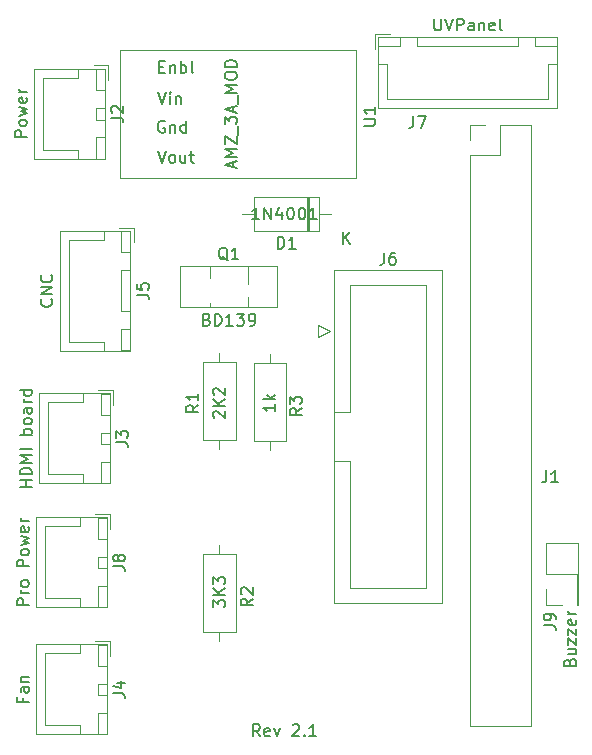
<source format=gbr>
%TF.GenerationSoftware,KiCad,Pcbnew,(5.1.8-0-10_14)*%
%TF.CreationDate,2021-05-22T16:20:34-04:00*%
%TF.ProjectId,PiHat,50694861-742e-46b6-9963-61645f706362,rev?*%
%TF.SameCoordinates,Original*%
%TF.FileFunction,Legend,Top*%
%TF.FilePolarity,Positive*%
%FSLAX46Y46*%
G04 Gerber Fmt 4.6, Leading zero omitted, Abs format (unit mm)*
G04 Created by KiCad (PCBNEW (5.1.8-0-10_14)) date 2021-05-22 16:20:34*
%MOMM*%
%LPD*%
G01*
G04 APERTURE LIST*
%ADD10C,0.150000*%
%ADD11C,0.120000*%
G04 APERTURE END LIST*
D10*
X31838571Y-71338380D02*
X31505238Y-70862190D01*
X31267142Y-71338380D02*
X31267142Y-70338380D01*
X31648095Y-70338380D01*
X31743333Y-70386000D01*
X31790952Y-70433619D01*
X31838571Y-70528857D01*
X31838571Y-70671714D01*
X31790952Y-70766952D01*
X31743333Y-70814571D01*
X31648095Y-70862190D01*
X31267142Y-70862190D01*
X32648095Y-71290761D02*
X32552857Y-71338380D01*
X32362380Y-71338380D01*
X32267142Y-71290761D01*
X32219523Y-71195523D01*
X32219523Y-70814571D01*
X32267142Y-70719333D01*
X32362380Y-70671714D01*
X32552857Y-70671714D01*
X32648095Y-70719333D01*
X32695714Y-70814571D01*
X32695714Y-70909809D01*
X32219523Y-71005047D01*
X33029047Y-70671714D02*
X33267142Y-71338380D01*
X33505238Y-70671714D01*
X34600476Y-70433619D02*
X34648095Y-70386000D01*
X34743333Y-70338380D01*
X34981428Y-70338380D01*
X35076666Y-70386000D01*
X35124285Y-70433619D01*
X35171904Y-70528857D01*
X35171904Y-70624095D01*
X35124285Y-70766952D01*
X34552857Y-71338380D01*
X35171904Y-71338380D01*
X35600476Y-71243142D02*
X35648095Y-71290761D01*
X35600476Y-71338380D01*
X35552857Y-71290761D01*
X35600476Y-71243142D01*
X35600476Y-71338380D01*
X36600476Y-71338380D02*
X36029047Y-71338380D01*
X36314761Y-71338380D02*
X36314761Y-70338380D01*
X36219523Y-70481238D01*
X36124285Y-70576476D01*
X36029047Y-70624095D01*
D11*
%TO.C,J9*%
X56080000Y-60216000D02*
X56080000Y-58886000D01*
X57410000Y-60216000D02*
X56080000Y-60216000D01*
X56080000Y-57616000D02*
X56080000Y-55016000D01*
X58680000Y-57616000D02*
X56080000Y-57616000D01*
X58680000Y-60216000D02*
X58680000Y-57616000D01*
X56080000Y-55016000D02*
X58740000Y-55016000D01*
X58680000Y-60216000D02*
X58740000Y-60216000D01*
X58740000Y-60216000D02*
X58740000Y-55016000D01*
%TO.C,R2*%
X29780000Y-55946000D02*
X27040000Y-55946000D01*
X27040000Y-55946000D02*
X27040000Y-62486000D01*
X27040000Y-62486000D02*
X29780000Y-62486000D01*
X29780000Y-62486000D02*
X29780000Y-55946000D01*
X28410000Y-55176000D02*
X28410000Y-55946000D01*
X28410000Y-63256000D02*
X28410000Y-62486000D01*
%TO.C,R1*%
X29780000Y-39696000D02*
X27040000Y-39696000D01*
X27040000Y-39696000D02*
X27040000Y-46236000D01*
X27040000Y-46236000D02*
X29780000Y-46236000D01*
X29780000Y-46236000D02*
X29780000Y-39696000D01*
X28410000Y-38926000D02*
X28410000Y-39696000D01*
X28410000Y-47006000D02*
X28410000Y-46236000D01*
%TO.C,J8*%
X18870000Y-52826000D02*
X12900000Y-52826000D01*
X12900000Y-52826000D02*
X12900000Y-60446000D01*
X12900000Y-60446000D02*
X18870000Y-60446000D01*
X18870000Y-60446000D02*
X18870000Y-52826000D01*
X18860000Y-56136000D02*
X18110000Y-56136000D01*
X18110000Y-56136000D02*
X18110000Y-57136000D01*
X18110000Y-57136000D02*
X18860000Y-57136000D01*
X18860000Y-57136000D02*
X18860000Y-56136000D01*
X18860000Y-52836000D02*
X18110000Y-52836000D01*
X18110000Y-52836000D02*
X18110000Y-54636000D01*
X18110000Y-54636000D02*
X18860000Y-54636000D01*
X18860000Y-54636000D02*
X18860000Y-52836000D01*
X18860000Y-58636000D02*
X18110000Y-58636000D01*
X18110000Y-58636000D02*
X18110000Y-60436000D01*
X18110000Y-60436000D02*
X18860000Y-60436000D01*
X18860000Y-60436000D02*
X18860000Y-58636000D01*
X16610000Y-52836000D02*
X16610000Y-53586000D01*
X16610000Y-53586000D02*
X13660000Y-53586000D01*
X13660000Y-53586000D02*
X13660000Y-56636000D01*
X16610000Y-60436000D02*
X16610000Y-59686000D01*
X16610000Y-59686000D02*
X13660000Y-59686000D01*
X13660000Y-59686000D02*
X13660000Y-56636000D01*
X19160000Y-53786000D02*
X19160000Y-52536000D01*
X19160000Y-52536000D02*
X17910000Y-52536000D01*
%TO.C,J7*%
X41850000Y-12176000D02*
X41850000Y-18146000D01*
X41850000Y-18146000D02*
X56970000Y-18146000D01*
X56970000Y-18146000D02*
X56970000Y-12176000D01*
X56970000Y-12176000D02*
X41850000Y-12176000D01*
X45160000Y-12186000D02*
X45160000Y-12936000D01*
X45160000Y-12936000D02*
X53660000Y-12936000D01*
X53660000Y-12936000D02*
X53660000Y-12186000D01*
X53660000Y-12186000D02*
X45160000Y-12186000D01*
X41860000Y-12186000D02*
X41860000Y-12936000D01*
X41860000Y-12936000D02*
X43660000Y-12936000D01*
X43660000Y-12936000D02*
X43660000Y-12186000D01*
X43660000Y-12186000D02*
X41860000Y-12186000D01*
X55160000Y-12186000D02*
X55160000Y-12936000D01*
X55160000Y-12936000D02*
X56960000Y-12936000D01*
X56960000Y-12936000D02*
X56960000Y-12186000D01*
X56960000Y-12186000D02*
X55160000Y-12186000D01*
X41860000Y-14436000D02*
X42610000Y-14436000D01*
X42610000Y-14436000D02*
X42610000Y-17386000D01*
X42610000Y-17386000D02*
X49410000Y-17386000D01*
X56960000Y-14436000D02*
X56210000Y-14436000D01*
X56210000Y-14436000D02*
X56210000Y-17386000D01*
X56210000Y-17386000D02*
X49410000Y-17386000D01*
X42810000Y-11886000D02*
X41560000Y-11886000D01*
X41560000Y-11886000D02*
X41560000Y-13136000D01*
%TO.C,J5*%
X20870000Y-28576000D02*
X14900000Y-28576000D01*
X14900000Y-28576000D02*
X14900000Y-38696000D01*
X14900000Y-38696000D02*
X20870000Y-38696000D01*
X20870000Y-38696000D02*
X20870000Y-28576000D01*
X20860000Y-31886000D02*
X20110000Y-31886000D01*
X20110000Y-31886000D02*
X20110000Y-35386000D01*
X20110000Y-35386000D02*
X20860000Y-35386000D01*
X20860000Y-35386000D02*
X20860000Y-31886000D01*
X20860000Y-28586000D02*
X20110000Y-28586000D01*
X20110000Y-28586000D02*
X20110000Y-30386000D01*
X20110000Y-30386000D02*
X20860000Y-30386000D01*
X20860000Y-30386000D02*
X20860000Y-28586000D01*
X20860000Y-36886000D02*
X20110000Y-36886000D01*
X20110000Y-36886000D02*
X20110000Y-38686000D01*
X20110000Y-38686000D02*
X20860000Y-38686000D01*
X20860000Y-38686000D02*
X20860000Y-36886000D01*
X18610000Y-28586000D02*
X18610000Y-29336000D01*
X18610000Y-29336000D02*
X15660000Y-29336000D01*
X15660000Y-29336000D02*
X15660000Y-33636000D01*
X18610000Y-38686000D02*
X18610000Y-37936000D01*
X18610000Y-37936000D02*
X15660000Y-37936000D01*
X15660000Y-37936000D02*
X15660000Y-33636000D01*
X21160000Y-29536000D02*
X21160000Y-28286000D01*
X21160000Y-28286000D02*
X19910000Y-28286000D01*
%TO.C,J6*%
X38120000Y-31858000D02*
X47240000Y-31858000D01*
X47240000Y-31858000D02*
X47240000Y-60058000D01*
X47240000Y-60058000D02*
X38120000Y-60058000D01*
X38120000Y-60058000D02*
X38120000Y-31858000D01*
X38120000Y-43908000D02*
X39430000Y-43908000D01*
X39430000Y-43908000D02*
X39430000Y-33158000D01*
X39430000Y-33158000D02*
X45930000Y-33158000D01*
X45930000Y-33158000D02*
X45930000Y-58758000D01*
X45930000Y-58758000D02*
X39430000Y-58758000D01*
X39430000Y-58758000D02*
X39430000Y-48008000D01*
X39430000Y-48008000D02*
X39430000Y-48008000D01*
X39430000Y-48008000D02*
X38120000Y-48008000D01*
X37730000Y-37068000D02*
X36730000Y-36568000D01*
X36730000Y-36568000D02*
X36730000Y-37568000D01*
X36730000Y-37568000D02*
X37730000Y-37068000D01*
%TO.C,J1*%
X49580000Y-70476000D02*
X54780000Y-70476000D01*
X49580000Y-22156000D02*
X49580000Y-70476000D01*
X54780000Y-19556000D02*
X54780000Y-70476000D01*
X49580000Y-22156000D02*
X52180000Y-22156000D01*
X52180000Y-22156000D02*
X52180000Y-19556000D01*
X52180000Y-19556000D02*
X54780000Y-19556000D01*
X49580000Y-20886000D02*
X49580000Y-19556000D01*
X49580000Y-19556000D02*
X50910000Y-19556000D01*
%TO.C,J3*%
X19410000Y-42036000D02*
X18160000Y-42036000D01*
X19410000Y-43286000D02*
X19410000Y-42036000D01*
X13910000Y-49186000D02*
X13910000Y-46136000D01*
X16860000Y-49186000D02*
X13910000Y-49186000D01*
X16860000Y-49936000D02*
X16860000Y-49186000D01*
X13910000Y-43086000D02*
X13910000Y-46136000D01*
X16860000Y-43086000D02*
X13910000Y-43086000D01*
X16860000Y-42336000D02*
X16860000Y-43086000D01*
X19110000Y-49936000D02*
X19110000Y-48136000D01*
X18360000Y-49936000D02*
X19110000Y-49936000D01*
X18360000Y-48136000D02*
X18360000Y-49936000D01*
X19110000Y-48136000D02*
X18360000Y-48136000D01*
X19110000Y-44136000D02*
X19110000Y-42336000D01*
X18360000Y-44136000D02*
X19110000Y-44136000D01*
X18360000Y-42336000D02*
X18360000Y-44136000D01*
X19110000Y-42336000D02*
X18360000Y-42336000D01*
X19110000Y-46636000D02*
X19110000Y-45636000D01*
X18360000Y-46636000D02*
X19110000Y-46636000D01*
X18360000Y-45636000D02*
X18360000Y-46636000D01*
X19110000Y-45636000D02*
X18360000Y-45636000D01*
X19120000Y-49946000D02*
X19120000Y-42326000D01*
X13150000Y-49946000D02*
X19120000Y-49946000D01*
X13150000Y-42326000D02*
X13150000Y-49946000D01*
X19120000Y-42326000D02*
X13150000Y-42326000D01*
%TO.C,U1*%
X39960000Y-24086000D02*
X19960000Y-24086000D01*
X39960000Y-13236000D02*
X39960000Y-24086000D01*
X19960000Y-13236000D02*
X39960000Y-13236000D01*
X19960000Y-24086000D02*
X19960000Y-13236000D01*
%TO.C,Q1*%
X25080000Y-31516000D02*
X33320000Y-31516000D01*
X25080000Y-35006000D02*
X33320000Y-35006000D01*
X25080000Y-31516000D02*
X25080000Y-35006000D01*
X33320000Y-31516000D02*
X33320000Y-35006000D01*
X27600000Y-31516000D02*
X27600000Y-32586000D01*
X27600000Y-34686000D02*
X27600000Y-35006000D01*
X30801000Y-31516000D02*
X30801000Y-33096000D01*
X30801000Y-34176000D02*
X30801000Y-35006000D01*
%TO.C,D1*%
X36020000Y-28606000D02*
X36020000Y-25666000D01*
X35780000Y-28606000D02*
X35780000Y-25666000D01*
X35900000Y-28606000D02*
X35900000Y-25666000D01*
X30340000Y-27136000D02*
X31360000Y-27136000D01*
X37820000Y-27136000D02*
X36800000Y-27136000D01*
X31360000Y-28606000D02*
X36800000Y-28606000D01*
X31360000Y-25666000D02*
X31360000Y-28606000D01*
X36800000Y-25666000D02*
X31360000Y-25666000D01*
X36800000Y-28606000D02*
X36800000Y-25666000D01*
%TO.C,J2*%
X18704000Y-14826000D02*
X12734000Y-14826000D01*
X12734000Y-14826000D02*
X12734000Y-22446000D01*
X12734000Y-22446000D02*
X18704000Y-22446000D01*
X18704000Y-22446000D02*
X18704000Y-14826000D01*
X18694000Y-18136000D02*
X17944000Y-18136000D01*
X17944000Y-18136000D02*
X17944000Y-19136000D01*
X17944000Y-19136000D02*
X18694000Y-19136000D01*
X18694000Y-19136000D02*
X18694000Y-18136000D01*
X18694000Y-14836000D02*
X17944000Y-14836000D01*
X17944000Y-14836000D02*
X17944000Y-16636000D01*
X17944000Y-16636000D02*
X18694000Y-16636000D01*
X18694000Y-16636000D02*
X18694000Y-14836000D01*
X18694000Y-20636000D02*
X17944000Y-20636000D01*
X17944000Y-20636000D02*
X17944000Y-22436000D01*
X17944000Y-22436000D02*
X18694000Y-22436000D01*
X18694000Y-22436000D02*
X18694000Y-20636000D01*
X16444000Y-14836000D02*
X16444000Y-15586000D01*
X16444000Y-15586000D02*
X13494000Y-15586000D01*
X13494000Y-15586000D02*
X13494000Y-18636000D01*
X16444000Y-22436000D02*
X16444000Y-21686000D01*
X16444000Y-21686000D02*
X13494000Y-21686000D01*
X13494000Y-21686000D02*
X13494000Y-18636000D01*
X18994000Y-15786000D02*
X18994000Y-14536000D01*
X18994000Y-14536000D02*
X17744000Y-14536000D01*
%TO.C,J4*%
X19160000Y-63286000D02*
X17910000Y-63286000D01*
X19160000Y-64536000D02*
X19160000Y-63286000D01*
X13660000Y-70436000D02*
X13660000Y-67386000D01*
X16610000Y-70436000D02*
X13660000Y-70436000D01*
X16610000Y-71186000D02*
X16610000Y-70436000D01*
X13660000Y-64336000D02*
X13660000Y-67386000D01*
X16610000Y-64336000D02*
X13660000Y-64336000D01*
X16610000Y-63586000D02*
X16610000Y-64336000D01*
X18860000Y-71186000D02*
X18860000Y-69386000D01*
X18110000Y-71186000D02*
X18860000Y-71186000D01*
X18110000Y-69386000D02*
X18110000Y-71186000D01*
X18860000Y-69386000D02*
X18110000Y-69386000D01*
X18860000Y-65386000D02*
X18860000Y-63586000D01*
X18110000Y-65386000D02*
X18860000Y-65386000D01*
X18110000Y-63586000D02*
X18110000Y-65386000D01*
X18860000Y-63586000D02*
X18110000Y-63586000D01*
X18860000Y-67886000D02*
X18860000Y-66886000D01*
X18110000Y-67886000D02*
X18860000Y-67886000D01*
X18110000Y-66886000D02*
X18110000Y-67886000D01*
X18860000Y-66886000D02*
X18110000Y-66886000D01*
X18870000Y-71196000D02*
X18870000Y-63576000D01*
X12900000Y-71196000D02*
X18870000Y-71196000D01*
X12900000Y-63576000D02*
X12900000Y-71196000D01*
X18870000Y-63576000D02*
X12900000Y-63576000D01*
%TO.C,R3*%
X31290000Y-46326000D02*
X34030000Y-46326000D01*
X34030000Y-46326000D02*
X34030000Y-39786000D01*
X34030000Y-39786000D02*
X31290000Y-39786000D01*
X31290000Y-39786000D02*
X31290000Y-46326000D01*
X32660000Y-47096000D02*
X32660000Y-46326000D01*
X32660000Y-39016000D02*
X32660000Y-39786000D01*
%TO.C,J9*%
D10*
X55862380Y-61969333D02*
X56576666Y-61969333D01*
X56719523Y-62016952D01*
X56814761Y-62112190D01*
X56862380Y-62255047D01*
X56862380Y-62350285D01*
X56862380Y-61445523D02*
X56862380Y-61255047D01*
X56814761Y-61159809D01*
X56767142Y-61112190D01*
X56624285Y-61016952D01*
X56433809Y-60969333D01*
X56052857Y-60969333D01*
X55957619Y-61016952D01*
X55910000Y-61064571D01*
X55862380Y-61159809D01*
X55862380Y-61350285D01*
X55910000Y-61445523D01*
X55957619Y-61493142D01*
X56052857Y-61540761D01*
X56290952Y-61540761D01*
X56386190Y-61493142D01*
X56433809Y-61445523D01*
X56481428Y-61350285D01*
X56481428Y-61159809D01*
X56433809Y-61064571D01*
X56386190Y-61016952D01*
X56290952Y-60969333D01*
X58088571Y-65064571D02*
X58136190Y-64921714D01*
X58183809Y-64874095D01*
X58279047Y-64826476D01*
X58421904Y-64826476D01*
X58517142Y-64874095D01*
X58564761Y-64921714D01*
X58612380Y-65016952D01*
X58612380Y-65397904D01*
X57612380Y-65397904D01*
X57612380Y-65064571D01*
X57660000Y-64969333D01*
X57707619Y-64921714D01*
X57802857Y-64874095D01*
X57898095Y-64874095D01*
X57993333Y-64921714D01*
X58040952Y-64969333D01*
X58088571Y-65064571D01*
X58088571Y-65397904D01*
X57945714Y-63969333D02*
X58612380Y-63969333D01*
X57945714Y-64397904D02*
X58469523Y-64397904D01*
X58564761Y-64350285D01*
X58612380Y-64255047D01*
X58612380Y-64112190D01*
X58564761Y-64016952D01*
X58517142Y-63969333D01*
X57945714Y-63588380D02*
X57945714Y-63064571D01*
X58612380Y-63588380D01*
X58612380Y-63064571D01*
X57945714Y-62778857D02*
X57945714Y-62255047D01*
X58612380Y-62778857D01*
X58612380Y-62255047D01*
X58564761Y-61493142D02*
X58612380Y-61588380D01*
X58612380Y-61778857D01*
X58564761Y-61874095D01*
X58469523Y-61921714D01*
X58088571Y-61921714D01*
X57993333Y-61874095D01*
X57945714Y-61778857D01*
X57945714Y-61588380D01*
X57993333Y-61493142D01*
X58088571Y-61445523D01*
X58183809Y-61445523D01*
X58279047Y-61921714D01*
X58612380Y-61016952D02*
X57945714Y-61016952D01*
X58136190Y-61016952D02*
X58040952Y-60969333D01*
X57993333Y-60921714D01*
X57945714Y-60826476D01*
X57945714Y-60731238D01*
%TO.C,R2*%
X31212380Y-59702666D02*
X30736190Y-60036000D01*
X31212380Y-60274095D02*
X30212380Y-60274095D01*
X30212380Y-59893142D01*
X30260000Y-59797904D01*
X30307619Y-59750285D01*
X30402857Y-59702666D01*
X30545714Y-59702666D01*
X30640952Y-59750285D01*
X30688571Y-59797904D01*
X30736190Y-59893142D01*
X30736190Y-60274095D01*
X30307619Y-59321714D02*
X30260000Y-59274095D01*
X30212380Y-59178857D01*
X30212380Y-58940761D01*
X30260000Y-58845523D01*
X30307619Y-58797904D01*
X30402857Y-58750285D01*
X30498095Y-58750285D01*
X30640952Y-58797904D01*
X31212380Y-59369333D01*
X31212380Y-58750285D01*
X27862380Y-60445523D02*
X27862380Y-59826476D01*
X28243333Y-60159809D01*
X28243333Y-60016952D01*
X28290952Y-59921714D01*
X28338571Y-59874095D01*
X28433809Y-59826476D01*
X28671904Y-59826476D01*
X28767142Y-59874095D01*
X28814761Y-59921714D01*
X28862380Y-60016952D01*
X28862380Y-60302666D01*
X28814761Y-60397904D01*
X28767142Y-60445523D01*
X28862380Y-59397904D02*
X27862380Y-59397904D01*
X28862380Y-58826476D02*
X28290952Y-59255047D01*
X27862380Y-58826476D02*
X28433809Y-59397904D01*
X27862380Y-58493142D02*
X27862380Y-57874095D01*
X28243333Y-58207428D01*
X28243333Y-58064571D01*
X28290952Y-57969333D01*
X28338571Y-57921714D01*
X28433809Y-57874095D01*
X28671904Y-57874095D01*
X28767142Y-57921714D01*
X28814761Y-57969333D01*
X28862380Y-58064571D01*
X28862380Y-58350285D01*
X28814761Y-58445523D01*
X28767142Y-58493142D01*
%TO.C,R1*%
X26612380Y-43302666D02*
X26136190Y-43636000D01*
X26612380Y-43874095D02*
X25612380Y-43874095D01*
X25612380Y-43493142D01*
X25660000Y-43397904D01*
X25707619Y-43350285D01*
X25802857Y-43302666D01*
X25945714Y-43302666D01*
X26040952Y-43350285D01*
X26088571Y-43397904D01*
X26136190Y-43493142D01*
X26136190Y-43874095D01*
X26612380Y-42350285D02*
X26612380Y-42921714D01*
X26612380Y-42636000D02*
X25612380Y-42636000D01*
X25755238Y-42731238D01*
X25850476Y-42826476D01*
X25898095Y-42921714D01*
X27957619Y-44397904D02*
X27910000Y-44350285D01*
X27862380Y-44255047D01*
X27862380Y-44016952D01*
X27910000Y-43921714D01*
X27957619Y-43874095D01*
X28052857Y-43826476D01*
X28148095Y-43826476D01*
X28290952Y-43874095D01*
X28862380Y-44445523D01*
X28862380Y-43826476D01*
X28862380Y-43397904D02*
X27862380Y-43397904D01*
X28862380Y-42826476D02*
X28290952Y-43255047D01*
X27862380Y-42826476D02*
X28433809Y-43397904D01*
X27957619Y-42445523D02*
X27910000Y-42397904D01*
X27862380Y-42302666D01*
X27862380Y-42064571D01*
X27910000Y-41969333D01*
X27957619Y-41921714D01*
X28052857Y-41874095D01*
X28148095Y-41874095D01*
X28290952Y-41921714D01*
X28862380Y-42493142D01*
X28862380Y-41874095D01*
%TO.C,J8*%
X19412380Y-56969333D02*
X20126666Y-56969333D01*
X20269523Y-57016952D01*
X20364761Y-57112190D01*
X20412380Y-57255047D01*
X20412380Y-57350285D01*
X19840952Y-56350285D02*
X19793333Y-56445523D01*
X19745714Y-56493142D01*
X19650476Y-56540761D01*
X19602857Y-56540761D01*
X19507619Y-56493142D01*
X19460000Y-56445523D01*
X19412380Y-56350285D01*
X19412380Y-56159809D01*
X19460000Y-56064571D01*
X19507619Y-56016952D01*
X19602857Y-55969333D01*
X19650476Y-55969333D01*
X19745714Y-56016952D01*
X19793333Y-56064571D01*
X19840952Y-56159809D01*
X19840952Y-56350285D01*
X19888571Y-56445523D01*
X19936190Y-56493142D01*
X20031428Y-56540761D01*
X20221904Y-56540761D01*
X20317142Y-56493142D01*
X20364761Y-56445523D01*
X20412380Y-56350285D01*
X20412380Y-56159809D01*
X20364761Y-56064571D01*
X20317142Y-56016952D01*
X20221904Y-55969333D01*
X20031428Y-55969333D01*
X19936190Y-56016952D01*
X19888571Y-56064571D01*
X19840952Y-56159809D01*
X12262380Y-60255047D02*
X11262380Y-60255047D01*
X11262380Y-59874095D01*
X11310000Y-59778857D01*
X11357619Y-59731238D01*
X11452857Y-59683619D01*
X11595714Y-59683619D01*
X11690952Y-59731238D01*
X11738571Y-59778857D01*
X11786190Y-59874095D01*
X11786190Y-60255047D01*
X12262380Y-59255047D02*
X11595714Y-59255047D01*
X11786190Y-59255047D02*
X11690952Y-59207428D01*
X11643333Y-59159809D01*
X11595714Y-59064571D01*
X11595714Y-58969333D01*
X12262380Y-58493142D02*
X12214761Y-58588380D01*
X12167142Y-58636000D01*
X12071904Y-58683619D01*
X11786190Y-58683619D01*
X11690952Y-58636000D01*
X11643333Y-58588380D01*
X11595714Y-58493142D01*
X11595714Y-58350285D01*
X11643333Y-58255047D01*
X11690952Y-58207428D01*
X11786190Y-58159809D01*
X12071904Y-58159809D01*
X12167142Y-58207428D01*
X12214761Y-58255047D01*
X12262380Y-58350285D01*
X12262380Y-58493142D01*
X12262380Y-56969333D02*
X11262380Y-56969333D01*
X11262380Y-56588380D01*
X11310000Y-56493142D01*
X11357619Y-56445523D01*
X11452857Y-56397904D01*
X11595714Y-56397904D01*
X11690952Y-56445523D01*
X11738571Y-56493142D01*
X11786190Y-56588380D01*
X11786190Y-56969333D01*
X12262380Y-55826476D02*
X12214761Y-55921714D01*
X12167142Y-55969333D01*
X12071904Y-56016952D01*
X11786190Y-56016952D01*
X11690952Y-55969333D01*
X11643333Y-55921714D01*
X11595714Y-55826476D01*
X11595714Y-55683619D01*
X11643333Y-55588380D01*
X11690952Y-55540761D01*
X11786190Y-55493142D01*
X12071904Y-55493142D01*
X12167142Y-55540761D01*
X12214761Y-55588380D01*
X12262380Y-55683619D01*
X12262380Y-55826476D01*
X11595714Y-55159809D02*
X12262380Y-54969333D01*
X11786190Y-54778857D01*
X12262380Y-54588380D01*
X11595714Y-54397904D01*
X12214761Y-53636000D02*
X12262380Y-53731238D01*
X12262380Y-53921714D01*
X12214761Y-54016952D01*
X12119523Y-54064571D01*
X11738571Y-54064571D01*
X11643333Y-54016952D01*
X11595714Y-53921714D01*
X11595714Y-53731238D01*
X11643333Y-53636000D01*
X11738571Y-53588380D01*
X11833809Y-53588380D01*
X11929047Y-54064571D01*
X12262380Y-53159809D02*
X11595714Y-53159809D01*
X11786190Y-53159809D02*
X11690952Y-53112190D01*
X11643333Y-53064571D01*
X11595714Y-52969333D01*
X11595714Y-52874095D01*
%TO.C,J7*%
X44826666Y-18838380D02*
X44826666Y-19552666D01*
X44779047Y-19695523D01*
X44683809Y-19790761D01*
X44540952Y-19838380D01*
X44445714Y-19838380D01*
X45207619Y-18838380D02*
X45874285Y-18838380D01*
X45445714Y-19838380D01*
X46600476Y-10588380D02*
X46600476Y-11397904D01*
X46648095Y-11493142D01*
X46695714Y-11540761D01*
X46790952Y-11588380D01*
X46981428Y-11588380D01*
X47076666Y-11540761D01*
X47124285Y-11493142D01*
X47171904Y-11397904D01*
X47171904Y-10588380D01*
X47505238Y-10588380D02*
X47838571Y-11588380D01*
X48171904Y-10588380D01*
X48505238Y-11588380D02*
X48505238Y-10588380D01*
X48886190Y-10588380D01*
X48981428Y-10636000D01*
X49029047Y-10683619D01*
X49076666Y-10778857D01*
X49076666Y-10921714D01*
X49029047Y-11016952D01*
X48981428Y-11064571D01*
X48886190Y-11112190D01*
X48505238Y-11112190D01*
X49933809Y-11588380D02*
X49933809Y-11064571D01*
X49886190Y-10969333D01*
X49790952Y-10921714D01*
X49600476Y-10921714D01*
X49505238Y-10969333D01*
X49933809Y-11540761D02*
X49838571Y-11588380D01*
X49600476Y-11588380D01*
X49505238Y-11540761D01*
X49457619Y-11445523D01*
X49457619Y-11350285D01*
X49505238Y-11255047D01*
X49600476Y-11207428D01*
X49838571Y-11207428D01*
X49933809Y-11159809D01*
X50410000Y-10921714D02*
X50410000Y-11588380D01*
X50410000Y-11016952D02*
X50457619Y-10969333D01*
X50552857Y-10921714D01*
X50695714Y-10921714D01*
X50790952Y-10969333D01*
X50838571Y-11064571D01*
X50838571Y-11588380D01*
X51695714Y-11540761D02*
X51600476Y-11588380D01*
X51410000Y-11588380D01*
X51314761Y-11540761D01*
X51267142Y-11445523D01*
X51267142Y-11064571D01*
X51314761Y-10969333D01*
X51410000Y-10921714D01*
X51600476Y-10921714D01*
X51695714Y-10969333D01*
X51743333Y-11064571D01*
X51743333Y-11159809D01*
X51267142Y-11255047D01*
X52314761Y-11588380D02*
X52219523Y-11540761D01*
X52171904Y-11445523D01*
X52171904Y-10588380D01*
%TO.C,J5*%
X21412380Y-33969333D02*
X22126666Y-33969333D01*
X22269523Y-34016952D01*
X22364761Y-34112190D01*
X22412380Y-34255047D01*
X22412380Y-34350285D01*
X21412380Y-33016952D02*
X21412380Y-33493142D01*
X21888571Y-33540761D01*
X21840952Y-33493142D01*
X21793333Y-33397904D01*
X21793333Y-33159809D01*
X21840952Y-33064571D01*
X21888571Y-33016952D01*
X21983809Y-32969333D01*
X22221904Y-32969333D01*
X22317142Y-33016952D01*
X22364761Y-33064571D01*
X22412380Y-33159809D01*
X22412380Y-33397904D01*
X22364761Y-33493142D01*
X22317142Y-33540761D01*
X14167142Y-34350285D02*
X14214761Y-34397904D01*
X14262380Y-34540761D01*
X14262380Y-34636000D01*
X14214761Y-34778857D01*
X14119523Y-34874095D01*
X14024285Y-34921714D01*
X13833809Y-34969333D01*
X13690952Y-34969333D01*
X13500476Y-34921714D01*
X13405238Y-34874095D01*
X13310000Y-34778857D01*
X13262380Y-34636000D01*
X13262380Y-34540761D01*
X13310000Y-34397904D01*
X13357619Y-34350285D01*
X14262380Y-33921714D02*
X13262380Y-33921714D01*
X14262380Y-33350285D01*
X13262380Y-33350285D01*
X14167142Y-32302666D02*
X14214761Y-32350285D01*
X14262380Y-32493142D01*
X14262380Y-32588380D01*
X14214761Y-32731238D01*
X14119523Y-32826476D01*
X14024285Y-32874095D01*
X13833809Y-32921714D01*
X13690952Y-32921714D01*
X13500476Y-32874095D01*
X13405238Y-32826476D01*
X13310000Y-32731238D01*
X13262380Y-32588380D01*
X13262380Y-32493142D01*
X13310000Y-32350285D01*
X13357619Y-32302666D01*
%TO.C,J6*%
X42346666Y-30420380D02*
X42346666Y-31134666D01*
X42299047Y-31277523D01*
X42203809Y-31372761D01*
X42060952Y-31420380D01*
X41965714Y-31420380D01*
X43251428Y-30420380D02*
X43060952Y-30420380D01*
X42965714Y-30468000D01*
X42918095Y-30515619D01*
X42822857Y-30658476D01*
X42775238Y-30848952D01*
X42775238Y-31229904D01*
X42822857Y-31325142D01*
X42870476Y-31372761D01*
X42965714Y-31420380D01*
X43156190Y-31420380D01*
X43251428Y-31372761D01*
X43299047Y-31325142D01*
X43346666Y-31229904D01*
X43346666Y-30991809D01*
X43299047Y-30896571D01*
X43251428Y-30848952D01*
X43156190Y-30801333D01*
X42965714Y-30801333D01*
X42870476Y-30848952D01*
X42822857Y-30896571D01*
X42775238Y-30991809D01*
%TO.C,J1*%
X56076666Y-48838380D02*
X56076666Y-49552666D01*
X56029047Y-49695523D01*
X55933809Y-49790761D01*
X55790952Y-49838380D01*
X55695714Y-49838380D01*
X57076666Y-49838380D02*
X56505238Y-49838380D01*
X56790952Y-49838380D02*
X56790952Y-48838380D01*
X56695714Y-48981238D01*
X56600476Y-49076476D01*
X56505238Y-49124095D01*
%TO.C,J3*%
X19662380Y-46469333D02*
X20376666Y-46469333D01*
X20519523Y-46516952D01*
X20614761Y-46612190D01*
X20662380Y-46755047D01*
X20662380Y-46850285D01*
X19662380Y-46088380D02*
X19662380Y-45469333D01*
X20043333Y-45802666D01*
X20043333Y-45659809D01*
X20090952Y-45564571D01*
X20138571Y-45516952D01*
X20233809Y-45469333D01*
X20471904Y-45469333D01*
X20567142Y-45516952D01*
X20614761Y-45564571D01*
X20662380Y-45659809D01*
X20662380Y-45945523D01*
X20614761Y-46040761D01*
X20567142Y-46088380D01*
X12512380Y-50231238D02*
X11512380Y-50231238D01*
X11988571Y-50231238D02*
X11988571Y-49659809D01*
X12512380Y-49659809D02*
X11512380Y-49659809D01*
X12512380Y-49183619D02*
X11512380Y-49183619D01*
X11512380Y-48945523D01*
X11560000Y-48802666D01*
X11655238Y-48707428D01*
X11750476Y-48659809D01*
X11940952Y-48612190D01*
X12083809Y-48612190D01*
X12274285Y-48659809D01*
X12369523Y-48707428D01*
X12464761Y-48802666D01*
X12512380Y-48945523D01*
X12512380Y-49183619D01*
X12512380Y-48183619D02*
X11512380Y-48183619D01*
X12226666Y-47850285D01*
X11512380Y-47516952D01*
X12512380Y-47516952D01*
X12512380Y-47040761D02*
X11512380Y-47040761D01*
X12512380Y-45802666D02*
X11512380Y-45802666D01*
X11893333Y-45802666D02*
X11845714Y-45707428D01*
X11845714Y-45516952D01*
X11893333Y-45421714D01*
X11940952Y-45374095D01*
X12036190Y-45326476D01*
X12321904Y-45326476D01*
X12417142Y-45374095D01*
X12464761Y-45421714D01*
X12512380Y-45516952D01*
X12512380Y-45707428D01*
X12464761Y-45802666D01*
X12512380Y-44755047D02*
X12464761Y-44850285D01*
X12417142Y-44897904D01*
X12321904Y-44945523D01*
X12036190Y-44945523D01*
X11940952Y-44897904D01*
X11893333Y-44850285D01*
X11845714Y-44755047D01*
X11845714Y-44612190D01*
X11893333Y-44516952D01*
X11940952Y-44469333D01*
X12036190Y-44421714D01*
X12321904Y-44421714D01*
X12417142Y-44469333D01*
X12464761Y-44516952D01*
X12512380Y-44612190D01*
X12512380Y-44755047D01*
X12512380Y-43564571D02*
X11988571Y-43564571D01*
X11893333Y-43612190D01*
X11845714Y-43707428D01*
X11845714Y-43897904D01*
X11893333Y-43993142D01*
X12464761Y-43564571D02*
X12512380Y-43659809D01*
X12512380Y-43897904D01*
X12464761Y-43993142D01*
X12369523Y-44040761D01*
X12274285Y-44040761D01*
X12179047Y-43993142D01*
X12131428Y-43897904D01*
X12131428Y-43659809D01*
X12083809Y-43564571D01*
X12512380Y-43088380D02*
X11845714Y-43088380D01*
X12036190Y-43088380D02*
X11940952Y-43040761D01*
X11893333Y-42993142D01*
X11845714Y-42897904D01*
X11845714Y-42802666D01*
X12512380Y-42040761D02*
X11512380Y-42040761D01*
X12464761Y-42040761D02*
X12512380Y-42136000D01*
X12512380Y-42326476D01*
X12464761Y-42421714D01*
X12417142Y-42469333D01*
X12321904Y-42516952D01*
X12036190Y-42516952D01*
X11940952Y-42469333D01*
X11893333Y-42421714D01*
X11845714Y-42326476D01*
X11845714Y-42136000D01*
X11893333Y-42040761D01*
%TO.C,U1*%
X40612380Y-19647904D02*
X41421904Y-19647904D01*
X41517142Y-19600285D01*
X41564761Y-19552666D01*
X41612380Y-19457428D01*
X41612380Y-19266952D01*
X41564761Y-19171714D01*
X41517142Y-19124095D01*
X41421904Y-19076476D01*
X40612380Y-19076476D01*
X41612380Y-18076476D02*
X41612380Y-18647904D01*
X41612380Y-18362190D02*
X40612380Y-18362190D01*
X40755238Y-18457428D01*
X40850476Y-18552666D01*
X40898095Y-18647904D01*
X29576666Y-23183619D02*
X29576666Y-22707428D01*
X29862380Y-23278857D02*
X28862380Y-22945523D01*
X29862380Y-22612190D01*
X29862380Y-22278857D02*
X28862380Y-22278857D01*
X29576666Y-21945523D01*
X28862380Y-21612190D01*
X29862380Y-21612190D01*
X28862380Y-21231238D02*
X28862380Y-20564571D01*
X29862380Y-21231238D01*
X29862380Y-20564571D01*
X29957619Y-20421714D02*
X29957619Y-19659809D01*
X28862380Y-19516952D02*
X28862380Y-18897904D01*
X29243333Y-19231238D01*
X29243333Y-19088380D01*
X29290952Y-18993142D01*
X29338571Y-18945523D01*
X29433809Y-18897904D01*
X29671904Y-18897904D01*
X29767142Y-18945523D01*
X29814761Y-18993142D01*
X29862380Y-19088380D01*
X29862380Y-19374095D01*
X29814761Y-19469333D01*
X29767142Y-19516952D01*
X29576666Y-18516952D02*
X29576666Y-18040761D01*
X29862380Y-18612190D02*
X28862380Y-18278857D01*
X29862380Y-17945523D01*
X29957619Y-17850285D02*
X29957619Y-17088380D01*
X29862380Y-16850285D02*
X28862380Y-16850285D01*
X29576666Y-16516952D01*
X28862380Y-16183619D01*
X29862380Y-16183619D01*
X28862380Y-15516952D02*
X28862380Y-15326476D01*
X28910000Y-15231238D01*
X29005238Y-15136000D01*
X29195714Y-15088380D01*
X29529047Y-15088380D01*
X29719523Y-15136000D01*
X29814761Y-15231238D01*
X29862380Y-15326476D01*
X29862380Y-15516952D01*
X29814761Y-15612190D01*
X29719523Y-15707428D01*
X29529047Y-15755047D01*
X29195714Y-15755047D01*
X29005238Y-15707428D01*
X28910000Y-15612190D01*
X28862380Y-15516952D01*
X29862380Y-14659809D02*
X28862380Y-14659809D01*
X28862380Y-14421714D01*
X28910000Y-14278857D01*
X29005238Y-14183619D01*
X29100476Y-14136000D01*
X29290952Y-14088380D01*
X29433809Y-14088380D01*
X29624285Y-14136000D01*
X29719523Y-14183619D01*
X29814761Y-14278857D01*
X29862380Y-14421714D01*
X29862380Y-14659809D01*
X23329047Y-14664571D02*
X23662380Y-14664571D01*
X23805238Y-15188380D02*
X23329047Y-15188380D01*
X23329047Y-14188380D01*
X23805238Y-14188380D01*
X24233809Y-14521714D02*
X24233809Y-15188380D01*
X24233809Y-14616952D02*
X24281428Y-14569333D01*
X24376666Y-14521714D01*
X24519523Y-14521714D01*
X24614761Y-14569333D01*
X24662380Y-14664571D01*
X24662380Y-15188380D01*
X25138571Y-15188380D02*
X25138571Y-14188380D01*
X25138571Y-14569333D02*
X25233809Y-14521714D01*
X25424285Y-14521714D01*
X25519523Y-14569333D01*
X25567142Y-14616952D01*
X25614761Y-14712190D01*
X25614761Y-14997904D01*
X25567142Y-15093142D01*
X25519523Y-15140761D01*
X25424285Y-15188380D01*
X25233809Y-15188380D01*
X25138571Y-15140761D01*
X26186190Y-15188380D02*
X26090952Y-15140761D01*
X26043333Y-15045523D01*
X26043333Y-14188380D01*
X23236190Y-16838380D02*
X23569523Y-17838380D01*
X23902857Y-16838380D01*
X24236190Y-17838380D02*
X24236190Y-17171714D01*
X24236190Y-16838380D02*
X24188571Y-16886000D01*
X24236190Y-16933619D01*
X24283809Y-16886000D01*
X24236190Y-16838380D01*
X24236190Y-16933619D01*
X24712380Y-17171714D02*
X24712380Y-17838380D01*
X24712380Y-17266952D02*
X24760000Y-17219333D01*
X24855238Y-17171714D01*
X24998095Y-17171714D01*
X25093333Y-17219333D01*
X25140952Y-17314571D01*
X25140952Y-17838380D01*
X23767142Y-19286000D02*
X23671904Y-19238380D01*
X23529047Y-19238380D01*
X23386190Y-19286000D01*
X23290952Y-19381238D01*
X23243333Y-19476476D01*
X23195714Y-19666952D01*
X23195714Y-19809809D01*
X23243333Y-20000285D01*
X23290952Y-20095523D01*
X23386190Y-20190761D01*
X23529047Y-20238380D01*
X23624285Y-20238380D01*
X23767142Y-20190761D01*
X23814761Y-20143142D01*
X23814761Y-19809809D01*
X23624285Y-19809809D01*
X24243333Y-19571714D02*
X24243333Y-20238380D01*
X24243333Y-19666952D02*
X24290952Y-19619333D01*
X24386190Y-19571714D01*
X24529047Y-19571714D01*
X24624285Y-19619333D01*
X24671904Y-19714571D01*
X24671904Y-20238380D01*
X25576666Y-20238380D02*
X25576666Y-19238380D01*
X25576666Y-20190761D02*
X25481428Y-20238380D01*
X25290952Y-20238380D01*
X25195714Y-20190761D01*
X25148095Y-20143142D01*
X25100476Y-20047904D01*
X25100476Y-19762190D01*
X25148095Y-19666952D01*
X25195714Y-19619333D01*
X25290952Y-19571714D01*
X25481428Y-19571714D01*
X25576666Y-19619333D01*
X23186190Y-21788380D02*
X23519523Y-22788380D01*
X23852857Y-21788380D01*
X24329047Y-22788380D02*
X24233809Y-22740761D01*
X24186190Y-22693142D01*
X24138571Y-22597904D01*
X24138571Y-22312190D01*
X24186190Y-22216952D01*
X24233809Y-22169333D01*
X24329047Y-22121714D01*
X24471904Y-22121714D01*
X24567142Y-22169333D01*
X24614761Y-22216952D01*
X24662380Y-22312190D01*
X24662380Y-22597904D01*
X24614761Y-22693142D01*
X24567142Y-22740761D01*
X24471904Y-22788380D01*
X24329047Y-22788380D01*
X25519523Y-22121714D02*
X25519523Y-22788380D01*
X25090952Y-22121714D02*
X25090952Y-22645523D01*
X25138571Y-22740761D01*
X25233809Y-22788380D01*
X25376666Y-22788380D01*
X25471904Y-22740761D01*
X25519523Y-22693142D01*
X25852857Y-22121714D02*
X26233809Y-22121714D01*
X25995714Y-21788380D02*
X25995714Y-22645523D01*
X26043333Y-22740761D01*
X26138571Y-22788380D01*
X26233809Y-22788380D01*
%TO.C,Q1*%
X29104761Y-31063619D02*
X29009523Y-31016000D01*
X28914285Y-30920761D01*
X28771428Y-30777904D01*
X28676190Y-30730285D01*
X28580952Y-30730285D01*
X28628571Y-30968380D02*
X28533333Y-30920761D01*
X28438095Y-30825523D01*
X28390476Y-30635047D01*
X28390476Y-30301714D01*
X28438095Y-30111238D01*
X28533333Y-30016000D01*
X28628571Y-29968380D01*
X28819047Y-29968380D01*
X28914285Y-30016000D01*
X29009523Y-30111238D01*
X29057142Y-30301714D01*
X29057142Y-30635047D01*
X29009523Y-30825523D01*
X28914285Y-30920761D01*
X28819047Y-30968380D01*
X28628571Y-30968380D01*
X30009523Y-30968380D02*
X29438095Y-30968380D01*
X29723809Y-30968380D02*
X29723809Y-29968380D01*
X29628571Y-30111238D01*
X29533333Y-30206476D01*
X29438095Y-30254095D01*
X27342857Y-36064571D02*
X27485714Y-36112190D01*
X27533333Y-36159809D01*
X27580952Y-36255047D01*
X27580952Y-36397904D01*
X27533333Y-36493142D01*
X27485714Y-36540761D01*
X27390476Y-36588380D01*
X27009523Y-36588380D01*
X27009523Y-35588380D01*
X27342857Y-35588380D01*
X27438095Y-35636000D01*
X27485714Y-35683619D01*
X27533333Y-35778857D01*
X27533333Y-35874095D01*
X27485714Y-35969333D01*
X27438095Y-36016952D01*
X27342857Y-36064571D01*
X27009523Y-36064571D01*
X28009523Y-36588380D02*
X28009523Y-35588380D01*
X28247619Y-35588380D01*
X28390476Y-35636000D01*
X28485714Y-35731238D01*
X28533333Y-35826476D01*
X28580952Y-36016952D01*
X28580952Y-36159809D01*
X28533333Y-36350285D01*
X28485714Y-36445523D01*
X28390476Y-36540761D01*
X28247619Y-36588380D01*
X28009523Y-36588380D01*
X29533333Y-36588380D02*
X28961904Y-36588380D01*
X29247619Y-36588380D02*
X29247619Y-35588380D01*
X29152380Y-35731238D01*
X29057142Y-35826476D01*
X28961904Y-35874095D01*
X29866666Y-35588380D02*
X30485714Y-35588380D01*
X30152380Y-35969333D01*
X30295238Y-35969333D01*
X30390476Y-36016952D01*
X30438095Y-36064571D01*
X30485714Y-36159809D01*
X30485714Y-36397904D01*
X30438095Y-36493142D01*
X30390476Y-36540761D01*
X30295238Y-36588380D01*
X30009523Y-36588380D01*
X29914285Y-36540761D01*
X29866666Y-36493142D01*
X30961904Y-36588380D02*
X31152380Y-36588380D01*
X31247619Y-36540761D01*
X31295238Y-36493142D01*
X31390476Y-36350285D01*
X31438095Y-36159809D01*
X31438095Y-35778857D01*
X31390476Y-35683619D01*
X31342857Y-35636000D01*
X31247619Y-35588380D01*
X31057142Y-35588380D01*
X30961904Y-35636000D01*
X30914285Y-35683619D01*
X30866666Y-35778857D01*
X30866666Y-36016952D01*
X30914285Y-36112190D01*
X30961904Y-36159809D01*
X31057142Y-36207428D01*
X31247619Y-36207428D01*
X31342857Y-36159809D01*
X31390476Y-36112190D01*
X31438095Y-36016952D01*
%TO.C,D1*%
X33341904Y-30058380D02*
X33341904Y-29058380D01*
X33580000Y-29058380D01*
X33722857Y-29106000D01*
X33818095Y-29201238D01*
X33865714Y-29296476D01*
X33913333Y-29486952D01*
X33913333Y-29629809D01*
X33865714Y-29820285D01*
X33818095Y-29915523D01*
X33722857Y-30010761D01*
X33580000Y-30058380D01*
X33341904Y-30058380D01*
X34865714Y-30058380D02*
X34294285Y-30058380D01*
X34580000Y-30058380D02*
X34580000Y-29058380D01*
X34484761Y-29201238D01*
X34389523Y-29296476D01*
X34294285Y-29344095D01*
X31767142Y-27588380D02*
X31195714Y-27588380D01*
X31481428Y-27588380D02*
X31481428Y-26588380D01*
X31386190Y-26731238D01*
X31290952Y-26826476D01*
X31195714Y-26874095D01*
X32195714Y-27588380D02*
X32195714Y-26588380D01*
X32767142Y-27588380D01*
X32767142Y-26588380D01*
X33671904Y-26921714D02*
X33671904Y-27588380D01*
X33433809Y-26540761D02*
X33195714Y-27255047D01*
X33814761Y-27255047D01*
X34386190Y-26588380D02*
X34481428Y-26588380D01*
X34576666Y-26636000D01*
X34624285Y-26683619D01*
X34671904Y-26778857D01*
X34719523Y-26969333D01*
X34719523Y-27207428D01*
X34671904Y-27397904D01*
X34624285Y-27493142D01*
X34576666Y-27540761D01*
X34481428Y-27588380D01*
X34386190Y-27588380D01*
X34290952Y-27540761D01*
X34243333Y-27493142D01*
X34195714Y-27397904D01*
X34148095Y-27207428D01*
X34148095Y-26969333D01*
X34195714Y-26778857D01*
X34243333Y-26683619D01*
X34290952Y-26636000D01*
X34386190Y-26588380D01*
X35338571Y-26588380D02*
X35433809Y-26588380D01*
X35529047Y-26636000D01*
X35576666Y-26683619D01*
X35624285Y-26778857D01*
X35671904Y-26969333D01*
X35671904Y-27207428D01*
X35624285Y-27397904D01*
X35576666Y-27493142D01*
X35529047Y-27540761D01*
X35433809Y-27588380D01*
X35338571Y-27588380D01*
X35243333Y-27540761D01*
X35195714Y-27493142D01*
X35148095Y-27397904D01*
X35100476Y-27207428D01*
X35100476Y-26969333D01*
X35148095Y-26778857D01*
X35195714Y-26683619D01*
X35243333Y-26636000D01*
X35338571Y-26588380D01*
X36624285Y-27588380D02*
X36052857Y-27588380D01*
X36338571Y-27588380D02*
X36338571Y-26588380D01*
X36243333Y-26731238D01*
X36148095Y-26826476D01*
X36052857Y-26874095D01*
X38898095Y-29688380D02*
X38898095Y-28688380D01*
X39469523Y-29688380D02*
X39040952Y-29116952D01*
X39469523Y-28688380D02*
X38898095Y-29259809D01*
%TO.C,J2*%
X19246380Y-18969333D02*
X19960666Y-18969333D01*
X20103523Y-19016952D01*
X20198761Y-19112190D01*
X20246380Y-19255047D01*
X20246380Y-19350285D01*
X19341619Y-18540761D02*
X19294000Y-18493142D01*
X19246380Y-18397904D01*
X19246380Y-18159809D01*
X19294000Y-18064571D01*
X19341619Y-18016952D01*
X19436857Y-17969333D01*
X19532095Y-17969333D01*
X19674952Y-18016952D01*
X20246380Y-18588380D01*
X20246380Y-17969333D01*
X12096380Y-20612190D02*
X11096380Y-20612190D01*
X11096380Y-20231238D01*
X11144000Y-20136000D01*
X11191619Y-20088380D01*
X11286857Y-20040761D01*
X11429714Y-20040761D01*
X11524952Y-20088380D01*
X11572571Y-20136000D01*
X11620190Y-20231238D01*
X11620190Y-20612190D01*
X12096380Y-19469333D02*
X12048761Y-19564571D01*
X12001142Y-19612190D01*
X11905904Y-19659809D01*
X11620190Y-19659809D01*
X11524952Y-19612190D01*
X11477333Y-19564571D01*
X11429714Y-19469333D01*
X11429714Y-19326476D01*
X11477333Y-19231238D01*
X11524952Y-19183619D01*
X11620190Y-19136000D01*
X11905904Y-19136000D01*
X12001142Y-19183619D01*
X12048761Y-19231238D01*
X12096380Y-19326476D01*
X12096380Y-19469333D01*
X11429714Y-18802666D02*
X12096380Y-18612190D01*
X11620190Y-18421714D01*
X12096380Y-18231238D01*
X11429714Y-18040761D01*
X12048761Y-17278857D02*
X12096380Y-17374095D01*
X12096380Y-17564571D01*
X12048761Y-17659809D01*
X11953523Y-17707428D01*
X11572571Y-17707428D01*
X11477333Y-17659809D01*
X11429714Y-17564571D01*
X11429714Y-17374095D01*
X11477333Y-17278857D01*
X11572571Y-17231238D01*
X11667809Y-17231238D01*
X11763047Y-17707428D01*
X12096380Y-16802666D02*
X11429714Y-16802666D01*
X11620190Y-16802666D02*
X11524952Y-16755047D01*
X11477333Y-16707428D01*
X11429714Y-16612190D01*
X11429714Y-16516952D01*
%TO.C,J4*%
X19412380Y-67719333D02*
X20126666Y-67719333D01*
X20269523Y-67766952D01*
X20364761Y-67862190D01*
X20412380Y-68005047D01*
X20412380Y-68100285D01*
X19745714Y-66814571D02*
X20412380Y-66814571D01*
X19364761Y-67052666D02*
X20079047Y-67290761D01*
X20079047Y-66671714D01*
X11738571Y-68147904D02*
X11738571Y-68481238D01*
X12262380Y-68481238D02*
X11262380Y-68481238D01*
X11262380Y-68005047D01*
X12262380Y-67195523D02*
X11738571Y-67195523D01*
X11643333Y-67243142D01*
X11595714Y-67338380D01*
X11595714Y-67528857D01*
X11643333Y-67624095D01*
X12214761Y-67195523D02*
X12262380Y-67290761D01*
X12262380Y-67528857D01*
X12214761Y-67624095D01*
X12119523Y-67671714D01*
X12024285Y-67671714D01*
X11929047Y-67624095D01*
X11881428Y-67528857D01*
X11881428Y-67290761D01*
X11833809Y-67195523D01*
X11595714Y-66719333D02*
X12262380Y-66719333D01*
X11690952Y-66719333D02*
X11643333Y-66671714D01*
X11595714Y-66576476D01*
X11595714Y-66433619D01*
X11643333Y-66338380D01*
X11738571Y-66290761D01*
X12262380Y-66290761D01*
%TO.C,R3*%
X35362380Y-43552666D02*
X34886190Y-43886000D01*
X35362380Y-44124095D02*
X34362380Y-44124095D01*
X34362380Y-43743142D01*
X34410000Y-43647904D01*
X34457619Y-43600285D01*
X34552857Y-43552666D01*
X34695714Y-43552666D01*
X34790952Y-43600285D01*
X34838571Y-43647904D01*
X34886190Y-43743142D01*
X34886190Y-44124095D01*
X34362380Y-43219333D02*
X34362380Y-42600285D01*
X34743333Y-42933619D01*
X34743333Y-42790761D01*
X34790952Y-42695523D01*
X34838571Y-42647904D01*
X34933809Y-42600285D01*
X35171904Y-42600285D01*
X35267142Y-42647904D01*
X35314761Y-42695523D01*
X35362380Y-42790761D01*
X35362380Y-43076476D01*
X35314761Y-43171714D01*
X35267142Y-43219333D01*
X33112380Y-43255047D02*
X33112380Y-43826476D01*
X33112380Y-43540761D02*
X32112380Y-43540761D01*
X32255238Y-43636000D01*
X32350476Y-43731238D01*
X32398095Y-43826476D01*
X33112380Y-42826476D02*
X32112380Y-42826476D01*
X32731428Y-42731238D02*
X33112380Y-42445523D01*
X32445714Y-42445523D02*
X32826666Y-42826476D01*
%TD*%
M02*

</source>
